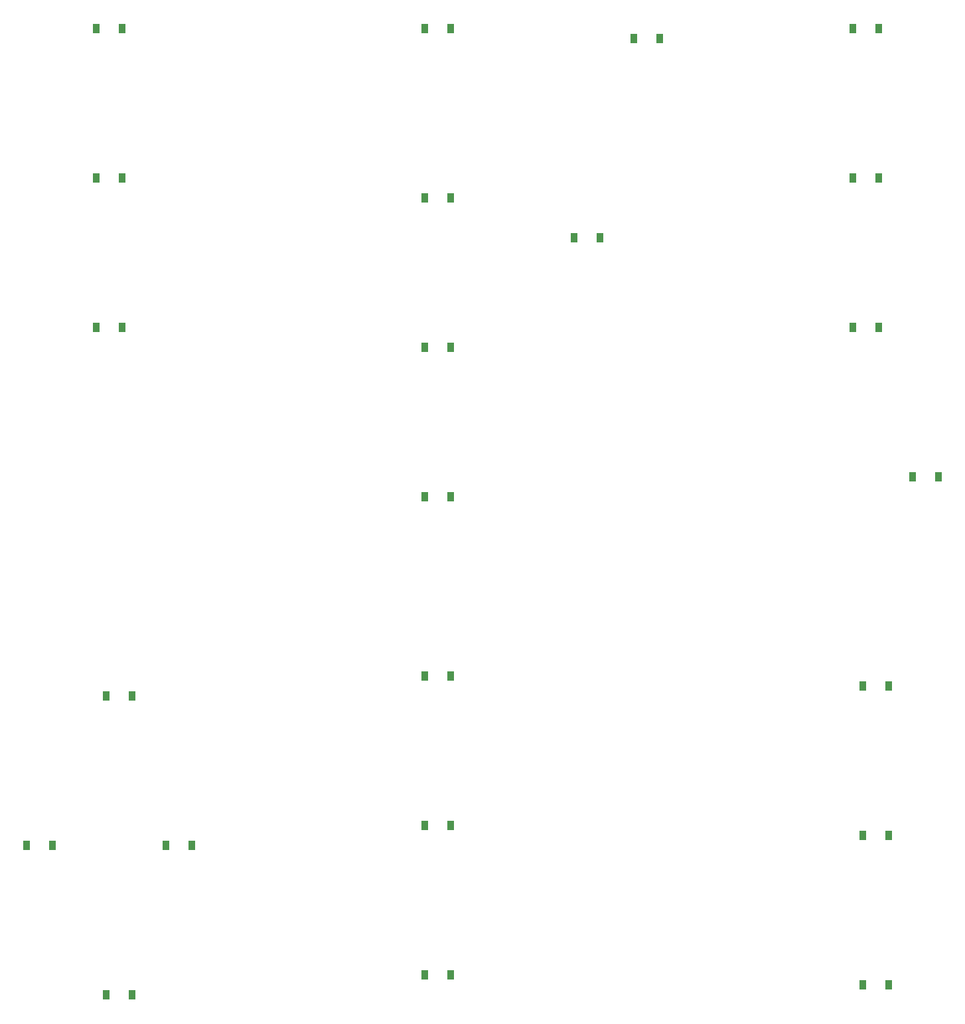
<source format=gbr>
%TF.GenerationSoftware,KiCad,Pcbnew,(5.1.10-1-10_14)*%
%TF.CreationDate,2021-05-06T19:08:34+01:00*%
%TF.ProjectId,haxophone001,6861786f-7068-46f6-9e65-3030312e6b69,rev?*%
%TF.SameCoordinates,Original*%
%TF.FileFunction,Paste,Top*%
%TF.FilePolarity,Positive*%
%FSLAX46Y46*%
G04 Gerber Fmt 4.6, Leading zero omitted, Abs format (unit mm)*
G04 Created by KiCad (PCBNEW (5.1.10-1-10_14)) date 2021-05-06 19:08:34*
%MOMM*%
%LPD*%
G01*
G04 APERTURE LIST*
%ADD10R,0.900000X1.200000*%
G04 APERTURE END LIST*
D10*
%TO.C,D8*%
X127380000Y-38100000D03*
X124080000Y-38100000D03*
%TD*%
%TO.C,D16*%
X100710000Y-157480000D03*
X97410000Y-157480000D03*
%TD*%
%TO.C,D4*%
X60070000Y-121920000D03*
X56770000Y-121920000D03*
%TD*%
%TO.C,D5*%
X67690000Y-140970000D03*
X64390000Y-140970000D03*
%TD*%
%TO.C,D6*%
X49910000Y-140970000D03*
X46610000Y-140970000D03*
%TD*%
%TO.C,D7*%
X60070000Y-160020000D03*
X56770000Y-160020000D03*
%TD*%
%TO.C,D9*%
X97410000Y-36830000D03*
X100710000Y-36830000D03*
%TD*%
%TO.C,D10*%
X97410000Y-58420000D03*
X100710000Y-58420000D03*
%TD*%
%TO.C,D11*%
X116460000Y-63500000D03*
X119760000Y-63500000D03*
%TD*%
%TO.C,D12*%
X100710000Y-77470000D03*
X97410000Y-77470000D03*
%TD*%
%TO.C,D13*%
X100710000Y-96520000D03*
X97410000Y-96520000D03*
%TD*%
%TO.C,D14*%
X100710000Y-119380000D03*
X97410000Y-119380000D03*
%TD*%
%TO.C,D15*%
X100710000Y-138430000D03*
X97410000Y-138430000D03*
%TD*%
%TO.C,D17*%
X152020000Y-36830000D03*
X155320000Y-36830000D03*
%TD*%
%TO.C,D18*%
X153290000Y-158750000D03*
X156590000Y-158750000D03*
%TD*%
%TO.C,D19*%
X152020000Y-74930000D03*
X155320000Y-74930000D03*
%TD*%
%TO.C,D20*%
X159640000Y-93980000D03*
X162940000Y-93980000D03*
%TD*%
%TO.C,D21*%
X156590000Y-120650000D03*
X153290000Y-120650000D03*
%TD*%
%TO.C,D22*%
X156590000Y-139700000D03*
X153290000Y-139700000D03*
%TD*%
%TO.C,D23*%
X155320000Y-55880000D03*
X152020000Y-55880000D03*
%TD*%
%TO.C,D2*%
X55500000Y-55880000D03*
X58800000Y-55880000D03*
%TD*%
%TO.C,D3*%
X55500000Y-74930000D03*
X58800000Y-74930000D03*
%TD*%
%TO.C,D1*%
X55500000Y-36830000D03*
X58800000Y-36830000D03*
%TD*%
M02*

</source>
